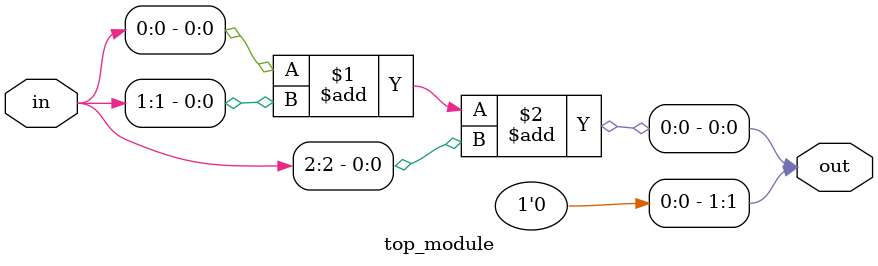
<source format=sv>
module top_module (
  input [2:0] in,
  output [1:0] out
);
  
  assign out[0] = in[0] + in[1] + in[2];
  assign out[1] = (in[0] + in[1] + in[2]) >> 1;
  
endmodule

</source>
